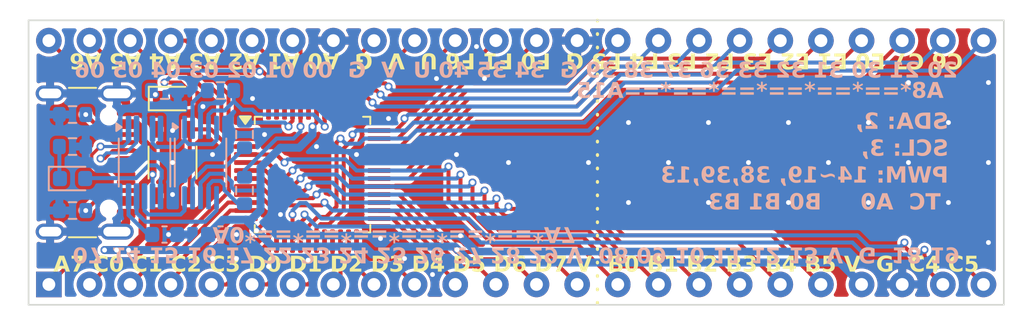
<source format=kicad_pcb>
(kicad_pcb (version 20240108) (generator "pcbnew") (generator_version "8.0")
  (layers (0 "F.Cu" signal) (31 "B.Cu" signal) (34 "B.Paste" user) (35 "F.Paste" user) (36 "B.SilkS" user "B.Silkscreen") (37 "F.SilkS" user "F.Silkscreen") (38 "B.Mask" user) (39 "F.Mask" user) (44 "Edge.Cuts" user))
  (net 0 "")
  (net 1 "GND")
  (net 2 "Net-(U2-V3)")
  (net 3 "D+")
  (net 4 "D-")
  (net 5 "PA3")
  (net 6 "Net-(D1-K)")
  (net 7 "PA7")
  (net 8 "Net-(J1-CC1)")
  (net 9 "Net-(J1-CC2)")
  (net 10 "VCC")
  (net 11 "UPDI")
  (net 12 "PB2")
  (net 13 "PB3")
  (net 15 "TXD")
  (net 16 "TNOW")
  (net 17 "RXD")
  (net 18 "RTS#")
  (net 21 "Net-(R2-Pad1)")
  (net 22 "Net-(R3-Pad1)")
  (net 23 "Net-(R4-Pad1)")
  (net 24 "PA0")
  (net 25 "PA2")
  (net 26 "PA6")
  (net 27 "PA4")
  (net 28 "PA1")
  (net 29 "PA5")
  (net 30 "PB5")
  (net 31 "PB1")
  (net 32 "PB4")
  (net 33 "PB0")
  (net 34 "PD5")
  (net 35 "PD0")
  (net 36 "PF4")
  (net 37 "PD7")
  (net 38 "PD6")
  (net 39 "PC5")
  (net 40 "PD1")
  (net 41 "PC7")
  (net 42 "PE1")
  (net 43 "PC2")
  (net 44 "PC1")
  (net 45 "PD4")
  (net 46 "PE3")
  (net 47 "PD2")
  (net 48 "PF0")
  (net 49 "PF6")
  (net 50 "PF1")
  (net 51 "PC3")
  (net 52 "PD3")
  (net 53 "PF3")
  (net 54 "PC4")
  (net 55 "PF5")
  (net 56 "PE2")
  (net 57 "PE0")
  (net 58 "PC6")
  (net 59 "PC0")
  (net 60 "PF2")
  (net 61 "Net-(D2-K)")
  (footprint "Library:alps-skrp" (layer "F.Cu") (at 109 100 -90)
    (property "Reference" "SW1" (hide yes))
    (property "Value" "SW_Push" (hide yes))
  )
  (footprint "Package_DIP:DIP-48_W15.24mm_Socket" (layer "F.Cu") (at 101.27 107.62 90)
    (property "Reference" "J2" (hide yes))
    (property "Value" "Conn_02x24_Counter_Clockwise" (hide yes))
  )
  (footprint "Connector_USB:USB_C_Receptacle_GCT_USB4105-xx-A_16P_TopMnt_Horizontal" (layer "F.Cu") (at 102.42 100 -90)
    (property "Reference" "J1" (hide yes))
    (property "Value" "USB_C_Receptacle_USB2.0_16P" (hide yes))
  )
  (footprint "LOGO" (layer "F.Cu") (at 152.5 100)
    (property "Reference" "G***" (hide yes))
    (property "Value" "LOGO" (hide yes))
  )
  (footprint "LED_SMD:LED_0603_1608Metric" (layer "F.Cu") (at 109 96)
    (property "Reference" "D1" (hide yes))
    (property "Value" "LED" (hide yes))
  )
  (footprint "Package_QFP:TQFP-48_7x7mm_P0.5mm" (layer "F.Cu") (at 117.75 100.75)
    (property "Reference" "U1" (hide yes))
    (property "Value" "ATmega4809-A" (hide yes))
  )
  (footprint "LOGO" (layer "F.Cu") (at 142.5 100)
    (property "Reference" "G***" (hide yes))
    (property "Value" "LOGO" (hide yes))
  )
  (footprint "Package_SO:MSOP-10_3x3mm_P0.5mm" (layer "B.Cu") (at 107.25 100 -90)
    (property "Reference" "U2" (hide yes))
    (property "Value" "CH340E" (hide yes))
  )
  (footprint "Resistor_SMD:R_0603_1608Metric" (layer "B.Cu") (at 102.75 103 180)
    (property "Reference" "R6" (hide yes))
    (property "Value" "5k1" (hide yes))
  )
  (footprint "LED_SMD:LED_0603_1608Metric" (layer "B.Cu") (at 102.75 101)
    (property "Reference" "D2" (hide yes))
    (property "Value" "LED" (hide yes))
  )
  (footprint "Resistor_SMD:R_0603_1608Metric" (layer "B.Cu") (at 112 95.5)
    (property "Reference" "R2" (hide yes))
    (property "Value" "4.7k" (hide yes))
  )
  (footprint "Capacitor_SMD:C_0603_1608Metric" (layer "B.Cu") (at 112 104.5)
    (property "Reference" "C1" (hide yes))
    (property "Value" "4u7" (hide yes))
  )
  (footprint "Resistor_SMD:R_0603_1608Metric" (layer "B.Cu") (at 113.5 101.75 90)
    (property "Reference" "R4" (hide yes))
    (property "Value" "4.7k" (hide yes))
  )
  (footprint "Resistor_SMD:R_0603_1608Metric" (layer "B.Cu") (at 102.75 99)
    (property "Reference" "R7" (hide yes))
    (property "Value" "10k" (hide yes))
  )
  (footprint "LOGO" (layer "B.Cu") (at 133.02 101.27 180)
    (property "Reference" "G***" (hide yes))
    (property "Value" "LOGO" (hide yes))
  )
  (footprint "Capacitor_SMD:C_0603_1608Metric" (layer "B.Cu") (at 108.5 104.5)
    (property "Reference" "C3" (hide yes))
    (property "Value" "0u1" (hide yes))
  )
  (footprint "Resistor_SMD:R_0603_1608Metric" (layer "B.Cu") (at 102.75 97)
    (property "Reference" "R5" (hide yes))
    (property "Value" "5k1" (hide yes))
  )
  (footprint "Package_SO:VSSOP-10_3x3mm_P0.5mm" (layer "B.Cu") (at 110.75 100 -90)
    (property "Reference" "U3" (hide yes))
    (property "Value" "TS5A23159DGS" (hide yes))
  )
  (footprint "Resistor_SMD:R_0603_1608Metric" (layer "B.Cu") (at 108.5 95.5)
    (property "Reference" "R1" (hide yes))
    (property "Value" "10k" (hide yes))
  )
  (footprint "Resistor_SMD:R_0603_1608Metric" (layer "B.Cu") (at 113.5 98.25 90)
    (property "Reference" "R3" (hide yes))
    (property "Value" "4.7k" (hide yes))
  )
  (gr_line (start 135.56 91.11) (end 135.56 108.89) (stroke (width 0.2) (type dot)) (layer "F.SilkS"))
  (gr_line (start 100 108.89) (end 160.96 108.89) (stroke (width 0.1)) (layer "Edge.Cuts"))
  (gr_line (start 100 91.11) (end 100 108.89) (stroke (width 0.1)) (layer "Edge.Cuts"))
  (gr_line (start 100 91.11) (end 160.96 91.11) (stroke (width 0.1)) (layer "Edge.Cuts"))
  (gr_line (start 160.96 91.11) (end 160.96 108.89) (stroke (width 0.1)) (layer "Edge.Cuts"))
  (gr_text "A0*==*==*==*==*==*==*A7" (at 122.86 104.445 180) (layer "B.SilkS") (effects (font (size 0.975 0.975) (thickness 0.19) (bold yes)) (justify mirror)))
  (gr_text "20 21 30 31 32 33 36 37 38 39 G  34 35 40 U  V  G  00 01 02 03 04 05 06" (at 130.48 94.285 0) (layer "B.SilkS") (effects (font (size 0.975 0.975) (thickness 0.19) (bold yes)) (justify mirror)))
  (gr_text "A8*==*==*==*==*==*==A15" (at 145.72 95.555 0) (layer "B.SilkS") (effects (font (size 0.975 0.975) (thickness 0.14625) (bold yes)) (justify mirror)))
  (gr_text "07 14 15 16 17 22 23 24 25 26 27 28 29 V  08 09 10 11 12 13 V  G  18 19" (at 130.48 105.715 180) (layer "B.SilkS") (effects (font (size 0.975 0.975) (thickness 0.19) (bold yes)) (justify mirror)))
  (gr_text "SDA: 2,\nSCL: 3,\nPWM: 14~19, 38,39,13\n TC  A0     B0 B1 B3" (at 157.5 100 0) (layer "B.SilkS") (effects (font (size 1 1) (thickness 0.19) (bold yes)) (justify left mirror)))
  (gr_text "A7 C0 C1 C2 C3 D0 D1 D2 D3 D4 D5 D6 D7 V  B0 B1 B2 B3 B4 B5 V  G  C4 C5" (at 130.48 106.985 0) (layer "F.SilkS") (effects (font (size 0.975 0.975) (thickness 0.19) (bold yes)) (justify bottom)))
  (gr_text "C6 C7 E0 E1 E2 E3 F2 F3 F4 F5 G  F0 F1 F6 U  V  G  A0 A1 A2 A3 A4 A5 A6" (at 130.48 93.015 180) (layer "F.SilkS") (effects (font (size 0.975 0.975) (thickness 0.19) (bold yes)) (justify bottom)))
  (segment (start 106.1 103.2) (end 106.1 103.745) (width 0.5) (layer "F.Cu") (net 1))
  (segment (start 106.1 96.8) (end 106.1 96.255) (width 0.5) (layer "F.Cu") (net 1))
  (segment (start 119.05 92.38) (end 119.05 93.550256) (width 0.25) (layer "F.Cu") (net 1))
  (segment (start 119.05 93.550256) (end 117.5 95.100256) (width 0.25) (layer "F.Cu") (net 1))
  (segment (start 106.1 96.255) (end 105.525 95.68) (width 0.5) (layer "F.Cu") (net 1))
  (segment (start 106.1 103.745) (end 105.525 104.32) (width 0.5) (layer "F.Cu") (net 1))
  (segment (start 117.5 95.100256) (end 117.5 96.8375) (width 0.25) (layer "F.Cu") (net 1))
  (via (at 147.5 102.5) (size 0.5) (drill 0.3) (layers "F.Cu" "B.Cu") (net 1))
  (via (at 142.5 97.5) (size 0.5) (drill 0.3) (layers "F.Cu" "B.Cu") (net 1))
  (via (at 157.5 102.5) (size 0.5) (drill 0.3) (layers "F.Cu" "B.Cu") (net 1))
  (via (at 152.5 97.5) (size 0.5) (drill 0.3) (layers "F.Cu" "B.Cu") (net 1))
  (via (at 115 106.5) (size 0.5) (drill 0.3) (layers "F.Cu" "B.Cu") (net 1))
  (via (at 110.9 96.5) (size 0.5) (drill 0.3) (layers "F.Cu" "B.Cu") (net 1))
  (via (at 126.75 99.5) (size 0.5) (drill 0.3) (layers "F.Cu" "B.Cu") (net 1))
  (via (at 155 100) (size 0.5) (drill 0.3) (layers "F.Cu" "B.Cu") (net 1))
  (via (at 117.471456 106.1) (size 0.5) (drill 0.3) (layers "F.Cu" "B.Cu") (net 1))
  (via (at 118 99) (size 0.5) (drill 0.3) (layers "F.Cu" "B.Cu") (net 1))
  (via (at 113 106) (size 0.5) (drill 0.3) (layers "F.Cu" "B.Cu") (net 1))
  (via (at 150 100) (size 0.5) (drill 0.3) (layers "F.Cu" "B.Cu") (net 1))
  (via (at 125.25 107) (size 0.5) (drill 0.3) (layers "F.Cu" "B.Cu") (net 1))
  (via (at 160 95) (size 0.5) (drill 0.3) (layers "F.Cu" "B.Cu") (net 1))
  (via (at 115.75 103.25) (size 0.5) (drill 0.3) (layers "F.Cu" "B.Cu") (net 1))
  (via (at 147.5 97.5) (size 0.5) (drill 0.3) (layers "F.Cu" "B.Cu") (net 1))
  (via (at 142.5 102.5) (size 0.5) (drill 0.3) (layers "F.Cu" "B.Cu") (net 1))
  (via (at 111.5 106) (size 0.5) (drill 0.3) (layers "F.Cu" "B.Cu") (net 1))
  (via (at 145 100) (size 0.5) (drill 0.3) (layers "F.Cu" "B.Cu") (net 1))
  (via (at 108.75 104.5) (size 0.5) (drill 0.3) (layers "F.Cu" "B.Cu") (net 1))
  (via (at 122 104.75) (size 0.5) (drill 0.3) (layers "F.Cu" "B.Cu") (net 1))
  (via (at 130 100) (size 0.5) (drill 0.3) (layers "F.Cu" "B.Cu") (net 1))
  (via (at 113 104.5) (size 0.5) (drill 0.3) (layers "F.Cu" "B.Cu") (net 1))
  (via (at 128.5 94.75) (size 0.5) (drill 0.3) (layers "F.Cu" "B.Cu") (net 1))
  (via (at 135 100) (size 0.5) (drill 0.3) (layers "F.Cu" "B.Cu") (net 1))
  (via (at 127 104.575) (size 0.5) (drill 0.3) (layers "F.Cu" "B.Cu") (net 1))
  (via (at 109 100) (size 0.5) (drill 0.3) (layers "F.Cu" "B.Cu") (net 1))
  (via (at 114.75 98.25) (size 0.5) (drill 0.3) (layers "F.Cu" "B.Cu") (net 1))
  (via (at 160 100) (size 0.5) (drill 0.3) (layers "F.Cu" "B.Cu") (net 1))
  (via (at 157.5 97.5) (size 0.5) (drill 0.3) (layers "F.Cu" "B.Cu") (net 1))
  (via (at 120.5 99.5) (size 0.5) (drill 0.3) (layers "F.Cu" "B.Cu") (net 1))
  (via (at 140 100) (size 0.5) (drill 0.3) (layers "F.Cu" "B.Cu") (net 1))
  (via (at 109 102) (size 0.5) (drill 0.3) (layers "F.Cu" "B.Cu") (net 1))
  (via (at 152.5 102.5) (size 0.5) (drill 0.3) (layers "F.Cu" "B.Cu") (net 1))
  (via (at 125.5 94.75) (size 0.5) (drill 0.3) (layers "F.Cu" "B.Cu") (net 1))
  (via (at 160 105) (size 0.5) (drill 0.3) (layers "F.Cu" "B.Cu") (net 1))
  (via (at 114 96) (size 0.5) (drill 0.3) (layers "F.Cu" "B.Cu") (net 1))
  (via (at 111.5 99.5) (size 0.5) (drill 0.3) (layers "F.Cu" "B.Cu") (net 1))
  (via (at 128 92.75) (size 0.5) (drill 0.3) (layers "F.Cu" "B.Cu") (net 1))
  (via (at 137.5 97.5) (size 0.5) (drill 0.3) (layers "F.Cu" "B.Cu") (net 1))
  (via (at 155 95) (size 0.5) (drill 0.3) (layers "F.Cu" "B.Cu") (net 1))
  (via (at 137.5 102.5) (size 0.5) (drill 0.3) (layers "F.Cu" "B.Cu") (net 1))
  (via (at 122.5 97.25) (size 0.5) (drill 0.3) (layers "F.Cu" "B.Cu") (net 1))
  (via (at 109 98) (size 0.5) (drill 0.3) (layers "F.Cu" "B.Cu") (net 1))
  (via (at 123.5 106) (size 0.5) (drill 0.3) (layers "F.Cu" "B.Cu") (net 1))
  (segment (start 107.46642 104.5) (end 107.725 104.5) (width 0.25) (layer "B.Cu") (net 2))
  (segment (start 106.25 103.28358) (end 107.46642 104.5) (width 0.25) (layer "B.Cu") (net 2))
  (segment (start 106.25 102.1125) (end 106.25 103.28358) (width 0.25) (layer "B.Cu") (net 2))
  (segment (start 105.49259 100.75) (end 106.1 100.75) (width 0.2) (layer "F.Cu") (net 3))
  (segment (start 105.225 100.48241) (end 105.49259 100.75) (width 0.2) (layer "F.Cu") (net 3))
  (segment (start 104.272182 100.3) (end 104.94259 100.3) (width 0.2) (layer "F.Cu") (net 3))
  (segment (start 104.472182 99) (end 103.95 99.522182) (width 0.2) (layer "F.Cu") (net 3))
  (segment (start 103.95 99.522182) (end 103.95 99.977818) (width 0.2) (layer "F.Cu") (net 3))
  (segment (start 103.95 99.977818) (end 104.272182 100.3) (width 0.2) (layer "F.Cu") (net 3))
  (segment (start 104.5 99) (end 104.472182 99) (width 0.2) (layer "F.Cu") (net 3))
  (segment (start 104.94259 100.3) (end 105.225 100.01759) (width 0.2) (layer "F.Cu") (net 3))
  (segment (start 105.225 100.01759) (end 105.225 100.48241) (width 0.2) (layer "F.Cu") (net 3))
  (segment (start 106.1 99.75) (end 105.49259 99.75) (width 0.2) (layer "F.Cu") (net 3))
  (segment (start 105.49259 99.75) (end 105.225 100.01759) (width 0.2) (layer "F.Cu") (net 3))
  (via (at 104.5 99) (size 0.5) (drill 0.3) (layers "F.Cu" "B.Cu") (net 3))
  (segment (start 104.5 99) (end 105.934746 99) (width 0.2) (layer "B.Cu") (net 3))
  (segment (start 105.934746 99) (end 106.25 98.684746) (width 0.2) (layer "B.Cu") (net 3))
  (segment (start 106.25 98.684746) (end 106.25 97.8875) (width 0.2) (layer "B.Cu") (net 3))
  (segment (start 106.70741 99.25) (end 106.1 99.25) (width 0.2) (layer "F.Cu") (net 4))
  (segment (start 104.763909 99.75) (end 105.263909 99.25) (width 0.2) (layer "F.Cu") (net 4))
  (segment (start 107 99.54259) (end 106.70741 99.25) (width 0.2) (layer "F.Cu") (net 4))
  (segment (start 104.5 99.75) (end 104.763909 99.75) (width 0.2) (layer "F.Cu") (net 4))
  (segment (start 107 99.95741) (end 107 99.54259) (width 0.2) (layer "F.Cu") (net 4))
  (segment (start 105.263909 99.25) (end 106.1 99.25) (width 0.2) (layer "F.Cu") (net 4))
  (segment (start 106.70741 100.25) (end 107 99.95741) (width 0.2) (layer "F.Cu") (net 4))
  (segment (start 106.1 100.25) (end 106.70741 100.25) (width 0.2) (layer "F.Cu") (net 4))
  (via (at 104.5 99.75) (size 0.5) (drill 0.3) (layers "F.Cu" "B.Cu") (net 4))
  (segment (start 106.100432 99.4) (end 106.75 98.750432) (width 0.2) (layer "B.Cu") (net 4))
  (segment (start 104.527818 99.75) (end 104.877818 99.4) (width 0.2) (layer "B.Cu") (net 4))
  (segment (start 104.5 99.75) (end 104.527818 99.75) (width 0.2) (layer "B.Cu") (net 4))
  (segment (start 104.502362 99.747638) (end 104.5 99.75) (width 0.2) (layer "B.Cu") (net 4))
  (segment (start 104.877818 99.4) (end 106.100432 99.4) (width 0.2) (layer "B.Cu") (net 4))
  (segment (start 106.75 98.750432) (end 106.75 97.8875) (width 0.2) (layer "B.Cu") (net 4))
  (segment (start 108.5 95) (end 109.5 95) (width 0.25) (layer "F.Cu") (net 5))
  (segment (start 109.5 95) (end 109.7875 95.2875) (width 0.25) (layer "F.Cu") (net 5))
  (segment (start 109.839009 92.38) (end 111.419009 93.96) (width 0.25) (layer "F.Cu") (net 5))
  (segment (start 108.89 92.38) (end 109.839009 92.38) (width 0.25) (layer "F.Cu") (net 5))
  (segment (start 115.5 95.177792) (end 115.5 96.8375) (width 0.25) (layer "F.Cu") (net 5))
  (segment (start 114.282208 93.96) (end 115.5 95.177792) (width 0.25) (layer "F.Cu") (net 5))
  (segment (start 115.499999 96.587501) (end 115.5 96.5875) (width 0.25) (layer "F.Cu") (net 5))
  (segment (start 111.419009 93.96) (end 114.282208 93.96) (width 0.25) (layer "F.Cu") (net 5))
  (segment (start 109.7875 95.2875) (end 109.7875 96) (width 0.25) (layer "F.Cu") (net 5))
  (via (at 114.447715 94.302285) (size 0.5) (drill 0.3) (layers "F.Cu" "B.Cu") (net 5))
  (via (at 108.5 95) (size 0.5) (drill 0.3) (layers "F.Cu" "B.Cu") (net 5))
  (segment (start 114.39543 94.25) (end 109.25 94.25) (width 0.25) (layer "B.Cu") (net 5))
  (segment (start 114.447715 94.302285) (end 114.39543 94.25) (width 0.25) (layer "B.Cu") (net 5))
  (segment (start 109.25 94.25) (end 108.5 95) (width 0.25) (layer "B.Cu") (net 5))
  (via (at 107.925 95.75) (size 0.5) (drill 0.3) (layers "F.Cu" "B.Cu") (net 6))
  (segment (start 112.525 99.257236) (end 112.525 101.815812) (width 0.25) (layer "F.Cu") (net 7))
  (segment (start 110.075 97.925) (end 110.075 102.075) (width 0.25) (layer "F.Cu") (net 7))
  (segment (start 112.525 101.815812) (end 108.745812 105.595) (width 0.25) (layer "F.Cu") (net 7))
  (segment (start 111.402208 97.925) (end 112.477208 99) (width 0.25) (layer "F.Cu") (net 7))
  (segment (start 107.117208 105.595) (end 106.667208 106.045) (width 0.25) (layer "F.Cu") (net 7))
  (segment (start 112.477208 99) (end 113.5875 99) (width 0.25) (layer "F.Cu") (net 7))
  (segment (start 108.745812 105.595) (end 107.117208 105.595) (width 0.25) (layer "F.Cu") (net 7))
  (segment (start 110.075 97.925) (end 111.402208 97.925) (width 0.25) (layer "F.Cu") (net 7))
  (segment (start 113.5875 99) (end 112.782236 99) (width 0.25) (layer "F.Cu") (net 7))
  (segment (start 102.86 106.045) (end 101.28 107.625) (width 0.25) (layer "F.Cu") (net 7))
  (segment (start 106.667208 106.045) (end 102.86 106.045) (width 0.25) (layer "F.Cu") (net 7))
  (segment (start 112.782236 99) (end 112.525 99.257236) (width 0.25) (layer "F.Cu") (net 7))
  (segment (start 103.575 97) (end 105.325 98.75) (width 0.25) (layer "F.Cu") (net 8))
  (segment (start 105.325 98.75) (end 106.1 98.75) (width 0.25) (layer "F.Cu") (net 8))
  (via (at 103.575 97) (size 0.5) (drill 0.3) (layers "F.Cu" "B.Cu") (net 8))
  (segment (start 104.825 101.75) (end 106.1 101.75) (width 0.25) (layer "F.Cu") (net 9))
  (segment (start 103.575 103) (end 104.825 101.75) (width 0.25) (layer "F.Cu") (net 9))
  (via (at 103.575 103) (size 0.5) (drill 0.3) (layers "F.Cu" "B.Cu") (net 9))
  (segment (start 106.268503 105.47) (end 107.125 104.613503) (width 0.5) (layer "F.Cu") (net 10))
  (segment (start 119.536652 93.7) (end 118 95.236652) (width 0.25) (layer "F.Cu") (net 10))
  (segment (start 118 95.236652) (end 118 96.8375) (width 0.25) (layer "F.Cu") (net 10))
  (segment (start 107.125 97.955458) (end 107.125 98.625) (width 0.5) (layer "F.Cu") (net 10))
  (segment (start 107.125 104.613503) (end 107.125 102.755458) (width 0.5) (layer "F.Cu") (net 10))
  (segment (start 132.265 105.595) (end 126.754188 105.595) (width 0.25) (layer "F.Cu") (net 10))
  (segment (start 117.75 97.75) (end 118 97.5) (width 0.25) (layer "F.Cu") (net 10))
  (segment (start 126.754188 105.595) (end 123.159188 102) (width 0.25) (layer "F.Cu") (net 10))
  (segment (start 115.25 103.75) (end 115.5 104) (width 0.25) (layer "F.Cu") (net 10))
  (segment (start 123.159188 102) (end 121.9125 102) (width 0.25) (layer "F.Cu") (net 10))
  (segment (start 107.75 100.75) (end 107.125 101.375) (width 0.5) (layer "F.Cu") (net 10))
  (segment (start 106.1 97.6) (end 106.769542 97.6) (width 0.5) (layer "F.Cu") (net 10))
  (segment (start 118 97.5) (end 118 96.5875) (width 0.25) (layer "F.Cu") (net 10))
  (segment (start 120.27 93.7) (end 119.536652 93.7) (width 0.25) (layer "F.Cu") (net 10))
  (segment (start 106.769542 102.4) (end 106.1 102.4) (width 0.5) (layer "F.Cu") (net 10))
  (segment (start 114.75 103.75) (end 115.25 103.75) (width 0.25) (layer "F.Cu") (net 10))
  (segment (start 106.25 105.47) (end 106.268503 105.47) (width 0.5) (layer "F.Cu") (net 10))
  (segment (start 107.75 99.25) (end 107.75 100.75) (width 0.5) (layer "F.Cu") (net 10))
  (segment (start 114.25 104.25) (end 114.75 103.75) (width 0.25) (layer "F.Cu") (net 10))
  (segment (start 121.59 92.38) (end 120.27 93.7) (width 0.25) (layer "F.Cu") (net 10))
  (segment (start 115.5 104) (end 115.5 104.9125) (width 0.25) (layer "F.Cu") (net 10))
  (segment (start 106.25 105.47) (end 104.75 105.47) (width 0.5) (layer "F.Cu") (net 10))
  (segment (start 106.769542 97.6) (end 107.125 97.955458) (width 0.5) (layer "F.Cu") (net 10))
  (segment (start 107.125 102.044542) (end 106.769542 102.4) (width 0.5) (layer "F.Cu") (net 10))
  (segment (start 134.29 107.62) (end 132.265 105.595) (width 0.25) (layer "F.Cu") (net 10))
  (segment (start 107.125 98.625) (end 107.75 99.25) (width 0.5) (layer "F.Cu") (net 10))
  (segment (start 107.125 102.755458) (end 106.769542 102.4) (width 0.5) (layer "F.Cu") (net 10))
  (segment (start 107.125 101.375) (end 107.125 102.044542) (width 0.5) (layer "F.Cu") (net 10))
  (via (at 107.75 100.75) (size 0.5) (drill 0.3) (layers "F.Cu" "B.Cu") (net 10))
  (via (at 117.75 97.75) (size 0.5) (drill 0.3) (layers "F.Cu" "B.Cu") (net 10))
  (via (at 105.5 105.47) (size 0.5) (drill 0.3) (layers "F.Cu" "B.Cu") (net 10))
  (via (at 106.25 105.47) (size 0.5) (drill 0.3) (layers "F.Cu" "B.Cu") (net 10))
  (via (at 104.75 105.47) (size 0.5) (drill 0.3) (layers "F.Cu" "B.Cu") (net 10))
  (via (at 126.780077 105.444111) (size 0.5) (drill 0.3) (layers "F.Cu" "B.Cu") (net 10))
  (via (at 114.25 104.25) (size 0.5) (drill 0.3) (layers "F.Cu" "B.Cu") (net 10))
  (segment (start 114.25 104.25) (end 115.25 105.25) (width 0.5) (layer "B.Cu") (net 10))
  (segment (start 114.5 102.97478) (end 113.89978 103.575) (width 0.5) (layer "B.Cu") (net 10))
  (segment (start 126.638991 105.25) (end 127.638991 106.25) (width 0.5) (layer "B.Cu") (net 10))
  (segment (start 110.75 101.27084) (end 111.32084 100.7) (width 0.25) (layer "B.Cu") (net 10))
  (segment (start 116.91495 99.075) (end 115.738172 99.075) (width 0.5) (layer "B.Cu") (net 10))
  (segment (start 123 105.25) (end 126.638991 105.25) (width 0.5) (layer "B.Cu") (net 10))
  (segment (start 112.15 103.575) (end 113.575 103.575) (width 0.5) (layer "B.Cu") (net 10))
  (segment (start 121.5 105.75) (end 122.5 105.75) (width 0.5) (layer "B.Cu") (net 10))
  (segment (start 150.7 106.25) (end 152.07 107.62) (width 0.5) (layer "B.Cu") (net 10))
  (segment (start 114.5 100.313172) (end 114.5 102.97478) (width 0.5) (layer "B.Cu") (net 10))
  (segment (start 117.75 98.23995) (end 116.91495 99.075) (width 0.5) (layer "B.Cu") (net 10))
  (segment (start 115.738172 99.075) (end 114.5 100.313172) (width 0.5) (layer "B.Cu") (net 10))
  (segment (start 127.638991 106.25) (end 150.7 106.25) (width 0.5) (layer "B.Cu") (net 10))
  (segment (start 111.225 104.5) (end 112.15 103.575) (width 0.5) (layer "B.Cu") (net 10))
  (segment (start 112.2 100.7) (end 112.7 101.2) (width 0.25) (layer "B.Cu") (net 10))
  (segment (start 104.75 105.47) (end 110.255 105.47) (width 0.5) (layer "B.Cu") (net 10))
  (segment (start 117.75 97.75) (end 117.75 98.23995) (width 0.5) (layer "B.Cu") (net 10))
  (segment (start 110.255 105.47) (end 111.225 104.5) (width 0.5) (layer "B.Cu") (net 10))
  (segment (start 121 105.25) (end 121.5 105.75) (width 0.5) (layer "B.Cu") (net 10))
  (segment (start 107.75 102.1125) (end 107.75 100.75) (width 0.25) (layer "B.Cu") (net 10))
  (segment (start 122.5 105.75) (end 123 105.25) (width 0.5) (layer "B.Cu") (net 10))
  (segment (start 110.75 102.2) (end 110.75 101.27084) (width 0.25) (layer "B.Cu") (net 10))
  (segment (start 115.25 105.25) (end 121 105.25) (width 0.5) (layer "B.Cu") (net 10))
  (segment (start 112.901996 101.75) (end 114.5 101.75) (width 0.25) (layer "B.Cu") (net 10))
  (segment (start 113.575 103.575) (end 114.125 104.125) (width 0.5) (layer "B.Cu") (net 10))
  (segment (start 111.32084 100.7) (end 112.2 100.7) (width 0.25) (layer "B.Cu") (net 10))
  (segment (start 112.7 101.2) (end 112.7 101.548004) (width 0.25) (layer "B.Cu") (net 10))
  (segment (start 112.7 101.548004) (end 112.901996 101.75) (width 0.25) (layer "B.Cu") (net 10))
  (segment (start 113.89978 103.575) (end 113.575 103.575) (width 0.5) (layer "B.Cu") (net 10))
  (segment (start 118.514297 97.407061) (end 118.5 97.392764) (width 0.25) (layer "F.Cu") (net 11))
  (segment (start 124.125 92.385) (end 124.14 92.385) (width 0.25) (layer "F.Cu") (net 11))
  (segment (start 122.36 94.15) (end 124.125 92.385) (width 0.25) (layer "F.Cu") (net 11))
  (segment (start 118.5 96.8375) (end 118.5 95.373048) (width 0.25) (layer "F.Cu") (net 11))
  (segment (start 118.514297 97.757148) (end 118.514297 97.407061) (width 0.25) (layer "F.Cu") (net 11))
  (segment (start 118.5 97.392764) (end 118.5 96.5875) (width 0.25) (layer "F.Cu") (net 11))
  (segment (start 118.5 95.373048) (end 119.723048 94.15) (width 0.25) (layer "F.Cu") (net 11))
  (segment (start 119.723048 94.15) (end 122.36 94.15) (width 0.25) (layer "F.Cu") (net 11))
  (via (at 118.514297 97.757148) (size 0.5) (drill 0.3) (layers "F.Cu" "B.Cu") (net 11))
  (segment (start 117.813173 97) (end 114.298004 97) (width 0.25) (layer "B.Cu") (net 11))
  (segment (start 118.514297 97.701124) (end 117.813173 97) (width 0.25) (layer "B.Cu") (net 11))
  (segment (start 118.514297 97.757148) (end 118.514297 97.701124) (width 0.25) (layer "B.Cu") (net 11))
  (segment (start 112.25 96.75) (end 111.507236 96.75) (width 0.25) (layer "B.Cu") (net 11))
  (segment (start 112.825 95.5) (end 112.825 96.175) (width 0.25) (layer "B.Cu") (net 11))
  (segment (start 114.298004 97) (end 113.998004 96.7) (width 0.25) (layer "B.Cu") (net 11))
  (segment (start 111.25 97.007236) (end 111.25 97.8) (width 0.25) (layer "B.Cu") (net 11))
  (segment (start 111.507236 96.75) (end 111.25 97.007236) (width 0.25) (layer "B.Cu") (net 11))
  (segment (start 112.825 96.175) (end 112.25 96.75) (width 0.25) (layer "B.Cu") (net 11))
  (segment (start 113.998004 96.7) (end 113.35 96.7) (width 0.25) (layer "B.Cu") (net 11))
  (segment (start 113.35 96.7) (end 112.825 96.175) (width 0.25) (layer "B.Cu") (net 11))
  (segment (start 127.75 102.585965) (end 129.409035 104.245) (width 0.25) (layer "F.Cu") (net 12))
  (segment (start 136.75 106) (end 140.29 106) (width 0.25) (layer "F.Cu") (net 12))
  (segment (start 129.409035 104.245) (end 134.995 104.245) (width 0.25) (layer "F.Cu") (net 12))
  (segment (start 115.626952 101.325) (end 114.801952 100.5) (width 0.25) (layer "F.Cu") (net 12))
  (segment (start 134.995 104.245) (end 136.75 106) (width 0.25) (layer "F.Cu") (net 12))
  (segment (start 127.75 101.25) (end 127.75 102.585965) (width 0.25) (layer "F.Cu") (net 12))
  (segment (start 140.29 106) (end 141.91 107.62) (width 0.25) (layer "F.Cu") (net 12))
  (segment (start 114.801952 100.5) (end 113.5875 100.5) (width 0.25) (layer "F.Cu") (net 12))
  (segment (start 117 101) (end 116.675 101.325) (width 0.25) (layer "F.Cu") (net 12))
  (segment (start 116.675 101.325) (end 115.626952 101.325) (width 0.25) (layer "F.Cu") (net 12))
  (via (at 117 101) (size 0.5) (drill 0.3) (layers "F.Cu" "B.Cu") (net 12))
  (via (at 127.75 101.25) (size 0.5) (drill 0.3) (layers "F.Cu" "B.Cu") (net 12))
  (segment (start 120 101.5) (end 119.25 100.75) (width 0.25) (layer "B.Cu") (net 12))
  (segment (start 127.5 101.5) (end 120 101.5) (width 0.25) (layer "B.Cu") (net 12))
  (segment (start 119.25 100.75) (end 117.25 100.75) (width 0.25) (layer "B.Cu") (net 12))
  (segment (start 117.25 100.75) (end 117 101) (width 0.25) (layer "B.Cu") (net 12))
  (segment (start 127.75 101.25) (end 127.5 101.5) (width 0.25) (layer "B.Cu") (net 12))
  (segment (start 128.5 102.699569) (end 129.595431 103.795) (width 0.25) (layer "F.Cu") (net 13))
  (segment (start 114.665556 101) (end 113.5875 101) (width 0.25) (layer "F.Cu") (net 13))
  (segment (start 135.181396 103.795) (end 136.886396 105.5) (width 0.25) (layer "F.Cu") (net 13))
  (segment (start 117.225 101.775) (end 115.440556 101.775) (width 0.25) (layer "F.Cu") (net 13))
  (segment (start 115.440556 101.775) (end 114.665556 101) (width 0.25) (layer "F.Cu") (net 13))
  (segment (start 129.595431 103.795) (end 135.181396 103.795) (width 0.25) (layer "F.Cu") (net 13))
  (segment (start 142.33 105.5) (end 144.45 107.62) (width 0.25) (layer "F.Cu") (net 13))
  (segment (start 117.5 101.5) (end 117.225 101.775) (width 0.25) (layer "F.Cu") (net 13))
  (segment (start 128.5 101.75) (end 128.5 102.699569) (width 0.25) (layer "F.Cu") (net 13))
  (segment (start 136.886396 105.5) (end 142.33 105.5) (width 0.25) (layer "F.Cu") (net 13))
  (via (at 117.5 101.5) (size 0.5) (drill 0.3) (layers "F.Cu" "B.Cu") (net 13))
  (via (at 128.5 101.75) (size 0.5) (drill 0.3) (layers "F.Cu" "B.Cu") (net 13))
  (segment (start 128.5 101.75) (end 128.25 102) (width 0.25) (layer "B.Cu") (net 13))
  (segment (start 117.75 101.25) (end 117.5 101.5) (width 0.25) (layer "B.Cu") (net 13))
  (segment (start 119.75 102) (end 119 101.25) (width 0.25) (layer "B.Cu") (net 13))
  (segment (start 128.25 102) (end 119.75 102) (width 0.25) (layer "B.Cu") (net 13))
  (segment (start 119 101.25) (end 117.75 101.25) (width 0.25) (layer "B.Cu") (net 13))
  (segment (start 107.489212 103.25) (end 107.25 103.010788) (width 0.25) (layer "B.Cu") (net 15))
  (segment (start 107.25 103.010788) (end 107.25 102.1125) (width 0.25) (layer "B.Cu") (net 15))
  (segment (start 109.75 102.2) (end 109.75 103) (width 0.25) (layer "B.Cu") (net 15))
  (segment (start 109.5 103.25) (end 107.489212 103.25) (width 0.25) (layer "B.Cu") (net 15))
  (segment (start 109.75 103) (end 109.5 103.25) (width 0.25) (layer "B.Cu") (net 15))
  (segment (start 108.325 100.988173) (end 108.325 100.511827) (width 0.25) (layer "B.Cu") (net 16))
  (segment (start 107.511827 100.175) (end 106.711827 100.975) (width 0.25) (layer "B.Cu") (net 16))
  (segment (start 108.25 102.1125) (end 108.25 101.063173) (width 0.25) (layer "B.Cu") (net 16))
  (segment (start 108.25 101.063173) (end 108.325 100.988173) (width 0.25) (layer "B.Cu") (net 16))
  (segment (start 108.325 100.511827) (end 107.988173 100.175) (width 0.25) (layer "B.Cu") (net 16))
  (segment (start 107.988173 100.175) (end 107.511827 100.175) (width 0.25) (layer "B.Cu") (net 16))
  (segment (start 106.711827 100.975) (end 103.5625 100.975) (width 0.25) (layer "B.Cu") (net 16))
  (segment (start 103.5625 100.975) (end 103.5375 101) (width 0.25) (layer "B.Cu") (net 16))
  (segment (start 111.75 102.992764) (end 111.75 102.2) (width 0.25) (layer "B.Cu") (net 17))
  (segment (start 111.042764 103.7) (end 111.75 102.992764) (width 0.25) (layer "B.Cu") (net 17))
  (segment (start 106.75 103.147184) (end 107.302816 103.7) (width 0.25) (layer "B.Cu") (net 17))
  (segment (start 106.75 102.1125) (end 106.75 103.147184) (width 0.25) (layer "B.Cu") (net 17))
  (segment (start 107.302816 103.7) (end 111.042764 103.7) (width 0.25) (layer "B.Cu") (net 17))
  (segment (start 111.75 98.592764) (end 111.492764 98.85) (width 0.25) (layer "B.Cu") (net 18))
  (segment (start 107.75 97.8875) (end 107.75 98.785788) (width 0.25) (layer "B.Cu") (net 18))
  (segment (start 109.317764 99.025) (end 109.75 98.592764) (width 0.25) (layer "B.Cu") (net 18))
  (segment (start 109.75 98.592764) (end 109.75 97.8) (width 0.25) (layer "B.Cu") (net 18))
  (segment (start 110.007236 98.85) (end 109.75 98.592764) (width 0.25) (layer "B.Cu") (net 18))
  (segment (start 107.75 98.785788) (end 107.989212 99.025) (width 0.25) (layer "B.Cu") (net 18))
  (segment (start 111.75 97.8) (end 111.75 98.592764) (width 0.25) (layer "B.Cu") (net 18))
  (segment (start 107.989212 99.025) (end 109.317764 99.025) (width 0.25) (layer "B.Cu") (net 18))
  (segment (start 111.492764 98.85) (end 110.007236 98.85) (width 0.25) (layer "B.Cu") (net 18))
  (segment (start 110.25 96.25) (end 110.25 97.8) (width 0.25) (layer "B.Cu") (net 21))
  (segment (start 111 95.5) (end 110.25 96.25) (width 0.25) (layer "B.Cu") (net 21))
  (segment (start 111.175 95.5) (end 111 95.5) (width 0.25) (layer "B.Cu") (net 21))
  (segment (start 112.325 100.25) (end 111.134444 100.25) (width 0.25) (layer "B.Cu") (net 22))
  (segment (start 113.5 99.075) (end 112.325 100.25) (width 0.25) (layer "B.Cu") (net 22))
  (segment (start 111.134444 100.25) (end 110.25 101.134444) (width 0.25) (layer "B.Cu") (net 22))
  (segment (start 110.25 101.134444) (end 110.25 102.2) (width 0.25) (layer "B.Cu") (net 22))
  (segment (start 111.507236 101.15) (end 111.992764 101.15) (width 0.25) (layer "B.Cu") (net 23))
  (segment (start 113.0906 102.575) (end 113.5 102.575) (width 0.25) (layer "B.Cu") (net 23))
  (segment (start 111.25 102.2) (end 111.25 101.407236) (width 0.25) (layer "B.Cu") (net 23))
  (segment (start 112.25 101.7344) (end 113.0906 102.575) (width 0.25) (layer "B.Cu") (net 23))
  (segment (start 111.992764 101.15) (end 112.25 101.407236) (width 0.25) (layer "B.Cu") (net 23))
  (segment (start 111.25 101.407236) (end 111.507236 101.15) (width 0.25) (layer "B.Cu") (net 23))
  (segment (start 112.25 101.407236) (end 112.25 101.7344) (width 0.25) (layer "B.Cu") (net 23))
  (segment (start 116.51 92.38) (end 117 92.87) (width 0.25) (layer "F.Cu") (net 24))
  (segment (start 117 92.87) (end 117 96.8375) (width 0.25) (layer "F.Cu") (net 24))
  (segment (start 117 97.75) (end 117 96.5875) (width 0.25) (layer "F.Cu") (net 24))
  (via (at 117 97.75) (size 0.5) (drill 0.3) (layers "F.Cu" "B.Cu") (net 24))
  (segment (start 117 98.063173) (end 116.563173 98.5) (width 0.25) (layer "B.Cu") (net 24))
  (segment (start 115.5 98.5) (end 113.5 100.5) (width 0.25) (layer "B.Cu") (net 24))
  (segment (start 116.563173 98.5) (end 115.5 98.5) (width 0.25) (layer "B.Cu") (net 24))
  (segment (start 117 97.75) (end 117 98.063173) (width 0.25) (layer "B.Cu") (net 24))
  (segment (start 113.5 100.5) (end 113.5 100.925) (width 0.25) (layer "B.Cu") (net 24))
  (segment (start 114.468604 93.51) (end 112.56 93.51) (width 0.25) (layer "F.Cu") (net 25))
  (segment (start 116 95.041396) (end 114.468604 93.51) (width 0.25) (layer "F.Cu") (net 25))
  (segment (start 116 96.8375) (end 116 95.041396) (width 0.25) (layer "F.Cu") (net 25))
  (segment (start 112.56 93.51) (end 111.43 92.38) (width 0.25) (layer "F.Cu") (net 25))
  (segment (start 112.05 95.936396) (end 112.05 97.936396) (width 0.25) (layer "F.Cu") (net 26))
  (segment (start 101.27 92.38) (end 103.295 94.405) (width 0.25) (layer "F.Cu") (net 26))
  (segment (start 110.859821 95.31) (end 111.423604 95.31) (width 0.25) (layer "F.Cu") (net 26))
  (segment (start 109.954821 94.405) (end 110.859821 95.31) (width 0.25) (layer "F.Cu") (net 26))
  (segment (start 112.05 97.936396) (end 112.613604 98.5) (width 0.25) (layer "F.Cu") (net 26))
  (segment (start 112.613604 98.5) (end 113.5875 98.5) (width 0.25) (layer "F.Cu") (net 26))
  (segment (start 111.423604 95.31) (end 112.05 95.936396) (width 0.25) (layer "F.Cu") (net 26))
  (segment (start 103.295 94.405) (end 109.954821 94.405) (width 0.25) (layer "F.Cu") (net 26))
  (segment (start 113.66 94.41) (end 111.232613 94.41) (width 0.25) (layer "F.Cu") (net 27))
  (segment (start 111.232613 94.41) (end 110.327613 93.505) (width 0.25) (layer "F.Cu") (net 27))
  (segment (start 110.327613 93.505) (end 107.475 93.505) (width 0.25) (layer "F.Cu") (net 27))
  (segment (start 107.475 93.505) (end 106.35 92.38) (width 0.25) (layer "F.Cu") (net 27))
  (segment (start 115 96.8375) (end 115 95.75) (width 0.25) (layer "F.Cu") (net 27))
  (segment (start 115 95.75) (end 113.66 94.41) (width 0.25) (layer "F.Cu") (net 27))
  (segment (start 113.975 92.38) (end 113.97 92.38) (width 0.25) (layer "F.Cu") (net 28))
  (segment (start 116.242764 97.742764) (end 116.242764 97.65) (width 0.25) (layer "F.Cu") (net 28))
  (segment (start 116.242764 97.65) (end 116.5 97.392764) (width 0.25) (layer "F.Cu") (net 28))
  (segment (start 116.25 97.75) (end 116.242764 97.742764) (width 0.25) (layer "F.Cu") (net 28))
  (segment (start 116.5 97.392764) (end 116.5 96.5875) (width 0.25) (layer "F.Cu") (net 28))
  (segment (start 116.5 96.8375) (end 116.5 94.905) (width 0.25) (layer "F.Cu") (net 28))
  (segment (start 116.5 94.905) (end 113.975 92.38) (width 0.25) (layer "F.Cu") (net 28))
  (via (at 116.25 97.75) (size 0.5) (drill 0.3) (layers "F.Cu" "B.Cu") (net 28))
  (segment (start 116 97.5) (end 113.575 97.5) (width 0.25) (layer "B.Cu") (net 28))
  (segment (start 113.575 97.5) (end 113.5 97.425) (width 0.25) (layer "B.Cu") (net 28))
  (segment (start 116.25 97.75) (end 116 97.5) (width 0.25) (layer "B.Cu") (net 28))
  (segment (start 110.141217 93.955) (end 105.385 93.955) (width 0.25) (layer "F.Cu") (net 29))
  (segment (start 112.5 97.75) (end 112.5 95.75) (width 0.25) (layer "F.Cu") (net 29))
  (segment (start 111.61 94.86) (end 111.046217 94.86) (width 0.25) (layer "F.Cu") (net 29))
  (segment (start 112.75 98) (end 112.5 97.75) (width 0.25) (layer "F.Cu") (net 29))
  (segment (start 112.5 95.75) (end 111.61 94.86) (width 0.25) (layer "F.Cu") (net 29))
  (segment (start 105.385 93.955) (end 103.81 92.38) (width 0.25) (layer "F.Cu") (net 29))
  (segment (start 111.046217 94.86) (end 110.141217 93.955) (width 0.25) (layer "F.Cu") (net 29))
  (segment (start 113.5875 98) (end 112.75 98) (width 0.25) (layer "F.Cu") (net 29))
  (segment (start 130.145 102.895) (end 135.554188 102.895) (width 0.25) (layer "F.Cu") (net 30))
  (segment (start 115.067764 102.675) (end 114.392764 102) (width 0.25) (layer "F.Cu") (net 30))
  (segment (start 130 102.75) (end 130.145 102.895) (width 0.25) (layer "F.Cu") (net 30))
  (segment (start 135.554188 102.895) (end 137.209188 104.55) (width 0.25) (layer "F.Cu") (net 30))
  (segment (start 114.392764 102) (end 113.5875 102) (width 0.25) (layer "F.Cu") (net 30))
  (segment (start 118.5 102.5) (end 118.325 102.675) (width 0.25) (layer "F.Cu") (net 30))
  (segment (start 137.209188 104.55) (end 146.46 104.55) (width 0.25) (layer "F.Cu") (net 30))
  (segment (start 146.46 104.55) (end 149.53 107.62) (width 0.25) (layer "F.Cu") (net 30))
  (segment (start 118.325 102.675) (end 115.067764 102.675) (width 0.25) (layer "F.Cu") (net 30))
  (via (at 118.5 102.5) (size 0.5) (drill 0.3) (layers "F.Cu" "B.Cu") (net 30))
  (via (at 130 102.75) (size 0.5) (drill 0.3) (layers "F.Cu" "B.Cu") (net 30))
  (segment (start 130 102.75) (end 129.75 103) (width 0.25) (layer "B.Cu") (net 30))
  (segment (start 129.75 103) (end 119 103) (width 0.25) (layer "B.Cu") (net 30))
  (segment (start 119 103) (end 118.5 102.5) (width 0.25) (layer "B.Cu") (net 30))
  (segment (start 127 100.75) (end 127 102.472361) (width 0.25) (layer "F.Cu") (net 31))
  (segment (start 127 102.472361) (end 129.222639 104.695) (width 0.25) (layer "F.Cu") (net 31))
  (segment (start 116.125 100.875) (end 115.813348 100.875) (width 0.25) (layer "F.Cu") (net 31))
  (segment (start 129.222639 104.695) (end 134.695 104.695) (width 0.25) (layer "F.Cu") (net 31))
  (segment (start 138.245 106.495) (end 139.37 107.62) (width 0.25) (layer "F.Cu") (net 31))
  (segment (start 134.695 104.695) (end 136.495 106.495) (width 0.25) (layer "F.Cu") (net 31))
  (segment (start 116.5 100.5) (end 116.125 100.875) (width 0.25) (layer "F.Cu") (net 31))
  (segment (start 136.495 106.495) (end 138.245 106.495) (width 0.25) (layer "F.Cu") (net 31))
  (segment (start 115.813348 100.875) (end 114.938348 100) (width 0.25) (layer "F.Cu") (net 31))
  (segment (start 114.938348 100) (end 113.5875 100) (width 0.25) (layer "F.Cu") (net 31))
  (via (at 116.5 100.5) (size 0.5) (drill 0.3) (layers "F.Cu" "B.Cu") (net 31))
  (via (at 127 100.75) (size 0.5) (drill 0.3) (layers "F.Cu" "B.Cu") (net 31))
  (segment (start 119.5 100.25) (end 116.75 100.25) (width 0.25) (layer "B.Cu") (net 31))
  (segment (start 127 100.75) (end 126.75 101) (width 0.25) (layer "B.Cu") (net 31))
  (segment (start 120.25 101) (end 119.5 100.25) (width 0.25) (layer "B.Cu") (net 31))
  (segment (start 116.75 100.25) (end 116.5 100.5) (width 0.25) (layer "B.Cu") (net 31))
  (segment (start 126.75 101) (end 120.25 101) (width 0.25) (layer "B.Cu") (net 31))
  (segment (start 144.37 105) (end 146.99 107.62) (width 0.25) (layer "F.Cu") (net 32))
  (segment (start 114.52916 101.5) (end 113.5875 101.5) (width 0.25) (layer "F.Cu") (net 32))
  (segment (start 137.022792 105) (end 144.37 105) (width 0.25) (layer "F.Cu") (net 32))
  (segment (start 117.775 102.225) (end 115.25416 102.225) (width 0.25) (layer "F.Cu") (net 32))
  (segment (start 129.781827 103.345) (end 135.367792 103.345) (width 0.25) (layer "F.Cu") (net 32))
  (segment (start 115.25416 102.225) (end 114.52916 101.5) (width 0.25) (layer "F.Cu") (net 32))
  (segment (start 118 102) (end 117.775 102.225) (width 0.25) (layer "F.Cu") (net 32))
  (segment (start 129.25 102.25) (end 129.25 102.813173) (width 0.25) (layer "F.Cu") (net 32))
  (segment (start 129.25 102.813173) (end 129.781827 103.345) (width 0.25) (layer "F.Cu") (net 32))
  (segment (start 135.367792 103.345) (end 137.022792 105) (width 0.25) (layer "F.Cu") (net 32))
  (via (at 118 102) (size 0.5) (drill 0.3) (layers "F.Cu" "B.Cu") (net 32))
  (via (at 129.25 102.25) (size 0.5) (drill 0.3) (layers "F.Cu" "B.Cu") (net 32))
  (segment (start 118.25 101.75) (end 118 102) (width 0.25) (layer "B.Cu") (net 32))
  (segment (start 118.75 101.75) (end 118.25 101.75) (width 0.25) (layer "B.Cu") (net 32))
  (segment (start 119.5 102.5) (end 118.75 101.75) (width 0.25) (layer "B.Cu") (net 32))
  (segment (start 129.25 102.25) (end 129 102.5) (width 0.25) (layer "B.Cu") (net 32))
  (segment (start 129 102.5) (end 119.5 102.5) (width 0.25) (layer "B.Cu") (net 32))
  (segment (start 126.25 102.358757) (end 129.036243 105.145) (width 0.25) (layer "F.Cu") (net 33))
  (segment (start 116 100) (end 115.5 99.5) (width 0.25) (layer "F.Cu") (net 33))
  (segment (start 126.25 100.25) (end 126.25 102.358757) (width 0.25) (layer "F.Cu") (net 33))
  (segment (start 134.355 105.145) (end 136.83 107.62) (width 0.25) (layer "F.Cu") (net 33))
  (segment (start 115.5 99.5) (end 113.5875 99.5) (width 0.25) (layer "F.Cu") (net 33))
  (segment (start 129.036243 105.145) (end 134.355 105.145) (width 0.25) (layer "F.Cu") (net 33))
  (via (at 126.25 100.25) (size 0.5) (drill 0.3) (layers "F.Cu" "B.Cu") (net 33))
  (via (at 116 100) (size 0.5) (drill 0.3) (layers "F.Cu" "B.Cu") (net 33))
  (segment (start 126 100.5) (end 120.5 100.5) (width 0.25) (layer "B.Cu") (net 33))
  (segment (start 126.25 100.25) (end 126 100.5) (width 0.25) (layer "B.Cu") (net 33))
  (segment (start 120.5 100.5) (end 119.8 99.8) (width 0.25) (layer "B.Cu") (net 33))
  (segment (start 119.8 99.8) (end 116.2 99.8) (width 0.25) (layer "B.Cu") (net 33))
  (segment (start 116.2 99.8) (end 116 100) (width 0.25) (layer "B.Cu") (net 33))
  (segment (start 126.67 107.42) (end 126.67 107.62) (width 0.25) (layer "F.Cu") (net 34))
  (segment (start 122.75 103.5) (end 126.67 107.42) (width 0.25) (layer "F.Cu") (net 34))
  (segment (start 121.9125 103.5) (end 122.75 103.5) (width 0.25) (layer "F.Cu") (net 34))
  (segment (start 117.230991 106.75) (end 116.975991 106.495) (width 0.25) (layer "F.Cu") (net 35))
  (segment (start 117.692613 106.75) (end 117.230991 106.75) (width 0.25) (layer "F.Cu") (net 35))
  (segment (start 118.5 105.942613) (end 117.692613 106.75) (width 0.25) (layer "F.Cu") (net 35))
  (segment (start 116.044009 106.495) (end 114.919009 107.62) (width 0.25) (layer "F.Cu") (net 35))
  (segment (start 114.919009 107.62) (end 113.97 107.62) (width 0.25) (layer "F.Cu") (net 35))
  (segment (start 116.975991 106.495) (end 116.044009 106.495) (width 0.25) (layer "F.Cu") (net 35))
  (segment (start 118.5 104.9125) (end 118.5 105.942613) (width 0.25) (layer "F.Cu") (net 35))
  (segment (start 120 95.782236) (end 120 96.5875) (width 0.25) (layer "F.Cu") (net 36))
  (segment (start 122 95.75) (end 121.75 95.5) (width 0.25) (layer "F.Cu") (net 36))
  (segment (start 121.75 95.5) (end 120.282236 95.5) (width 0.25) (layer "F.Cu") (net 36))
  (segment (start 120.282236 95.5) (end 120 95.782236) (width 0.25) (layer "F.Cu") (net 36))
  (via (at 122 95.75) (size 0.5) (drill 0.3) (layers "F.Cu" "B.Cu") (net 36))
  (segment (start 134 96) (end 136.495 93.505) (width 0.25) (layer "B.Cu") (net 36))
  (segment (start 138.245 93.505) (end 139.37 92.38) (width 0.25) (layer "B.Cu") (net 36))
  (segment (start 122.25 96) (end 134 96) (width 0.25) (layer "B.Cu") (net 36))
  (segment (start 136.495 93.505) (end 138.245 93.505) (width 0.25) (layer "B.Cu") (net 36))
  (segment (start 122 95.75) (end 122.25 96) (width 0.25) (layer "B.Cu") (net 36))
  (segment (start 126.567792 106.045) (end 130.175 106.045) (width 0.25) (layer "F.Cu") (net 37))
  (segment (start 123.022792 102.5) (end 126.567792 106.045) (width 0.25) (layer "F.Cu") (net 37))
  (segment (start 130.175 106.045) (end 131.75 107.62) (width 0.25) (layer "F.Cu") (net 37))
  (segment (start 121.9125 102.5) (end 123.022792 102.5) (width 0.25) (layer "F.Cu") (net 37))
  (segment (start 128.09 106.495) (end 129.22 107.625) (width 0.25) (layer "F.Cu") (net 38))
  (segment (start 126.381396 106.495) (end 128.09 106.495) (width 0.25) (layer "F.Cu") (net 38))
  (segment (start 121.9375 103.025) (end 122.911396 103.025) (width 0.25) (layer "F.Cu") (net 38))
  (segment (start 121.9125 103) (end 121.9375 103.025) (width 0.25) (layer "F.Cu") (net 38))
  (segment (start 122.911396 103.025) (end 126.381396 106.495) (width 0.25) (layer "F.Cu") (net 38))
  (segment (start 158.565 106.495) (end 159.69 107.62) (width 0.25) (layer "F.Cu") (net 39))
  (segment (start 117.25 103.5) (end 117 103.75) (width 0.25) (layer "F.Cu") (net 39))
  (segment (start 156.631396 106.495) (end 158.565 106.495) (width 0.25) (layer "F.Cu") (net 39))
  (segment (start 156 105.863604) (end 156.631396 106.495) (width 0.25) (layer "F.Cu") (net 39))
  (segment (start 117.25 103.25) (end 117.25 103.5) (width 0.25) (layer "F.Cu") (net 39))
  (segment (start 117 103.75) (end 117 104.9125) (width 0.25) (layer "F.Cu") (net 39))
  (segment (start 156 105.453413) (end 156 105.863604) (width 0.25) (layer "F.Cu") (net 39))
  (via (at 117.25 103.25) (size 0.5) (drill 0.3) (layers "F.Cu" "B.Cu") (net 39))
  (via (at 156 105.453413) (size 0.5) (drill 0.3) (layers "F.Cu" "B.Cu") (net 39))
  (segment (start 155.703413 105.75) (end 152.25 105.75) (width 0.25) (layer "B.Cu") (net 39))
  (segment (start 118 104) (end 117.25 103.25) (width 0.25) (layer "B.Cu") (net 39))
  (segment (start 151.5 105) (end 128.25 105) (width 0.25) (layer "B.Cu") (net 39))
  (segment (start 128.25 105) (end 127.25 104) (width 0.25) (layer "B.Cu") (net 39))
  (segment (start 127.25 104) (end 118 104) (width 0.25) (layer "B.Cu") (net 39))
  (segment (start 156 105.453413) (end 155.703413 105.75) (width 0.25) (layer "B.Cu") (net 39))
  (segment (start 152.25 105.75) (end 151.5 105) (width 0.25) (layer "B.Cu") (net 39))
  (segment (start 117.459009 107.62) (end 116.51 107.62) (width 0.25) (layer "F.Cu") (net 40))
  (segment (start 119 106.079009) (end 117.459009 107.62) (width 0.25) (layer "F.Cu") (net 40))
  (segment (start 119 104.9125) (end 119 106.079009) (width 0.25) (layer "F.Cu") (net 40))
  (segment (start 118 104.107236) (end 118 104.9125) (width 0.25) (layer "F.Cu") (net 41))
  (segment (start 118.257236 103.85) (end 118 104.107236) (width 0.25) (layer "F.Cu") (net 41))
  (segment (start 118.786396 103.85) (end 118.257236 103.85) (width 0.25) (layer "F.Cu") (net 41))
  (segment (start 119.7 102.936396) (end 118.786396 103.85) (width 0.25) (layer "F.Cu") (net 41))
  (segment (start 120.25 98.25) (end 120.25 98.563173) (width 0.25) (layer "F.Cu") (net 41))
  (segment (start 120.25 98.563173) (end 119.7 99.113173) (width 0.25) (layer "F.Cu") (net 41))
  (segment (start 119.7 99.113173) (end 119.7 102.936396) (width 0.25) (layer "F.Cu") (net 41))
  (via (at 120.25 98.25) (size 0.5) (drill 0.3) (layers "F.Cu" "B.Cu") (net 41))
  (segment (start 123.563173 98) (end 124.063173 97.5) (width 0.25) (layer "B.Cu") (net 41))
  (segment (start 144 93.75) (end 155.78 93.75) (width 0.25) (layer "B.Cu") (net 41))
  (segment (start 142.75 95) (end 144 93.75) (width 0.25) (layer "B.Cu") (net 41))
  (segment (start 124.063173 97.5) (end 134.75 97.5) (width 0.25) (layer "B.Cu") (net 41))
  (segment (start 137.25 95) (end 142.75 95) (width 0.25) (layer "B.Cu") (net 41))
  (segment (start 120.25 98.25) (end 120.5 98) (width 0.25) (layer "B.Cu") (net 41))
  (segment (start 155.78 93.75) (end 157.15 92.38) (width 0.25) (layer "B.Cu") (net 41))
  (segment (start 120.5 98) (end 123.563173 98) (width 0.25) (layer "B.Cu") (net 41))
  (segment (start 134.75 97.5) (end 137.25 95) (width 0.25) (layer "B.Cu") (net 41))
  (segment (start 121.9125 100.5) (end 123.650583 100.5) (width 0.25) (layer "F.Cu") (net 42))
  (segment (start 127.650583 96.5) (end 134.25 96.5) (width 0.25) (layer "F.Cu") (net 42))
  (segment (start 123.650583 100.5) (end 127.650583 96.5) (width 0.25) (layer "F.Cu") (net 42))
  (segment (start 136.3 94.45) (end 150 94.45) (width 0.25) (layer "F.Cu") (net 42))
  (segment (start 150 94.45) (end 152.07 92.38) (width 0.25) (layer "F.Cu") (net 42))
  (segment (start 134.25 96.5) (end 136.3 94.45) (width 0.25) (layer "F.Cu") (net 42))
  (segment (start 108.895 107.625) (end 108.9 107.625) (width 0.25) (layer "F.Cu") (net 43))
  (segment (start 108.89 107.62) (end 108.895 107.625) (width 0.25) (layer "F.Cu") (net 43))
  (segment (start 108.89 107.36) (end 108.89 107.62) (width 0.25) (layer "F.Cu") (net 43))
  (segment (start 112.75 103.5) (end 108.89 107.36) (width 0.25) (layer "F.Cu") (net 43))
  (segment (start 113.5875 103.5) (end 112.75 103.5) (width 0.25) (layer "F.Cu") (net 43))
  (segment (start 107.49 106.495) (end 106.36 107.625) (width 0.25) (layer "F.Cu") (net 44))
  (segment (start 112.613604 103) (end 109.118604 106.495) (width 0.25) (layer "F.Cu") (net 44))
  (segment (start 109.118604 106.495) (end 107.49 106.495) (width 0.25) (layer "F.Cu") (net 44))
  (segment (start 113.5875 103) (end 112.613604 103) (width 0.25) (layer "F.Cu") (net 44))
  (segment (start 121.106396 106.495) (end 120.5 105.888604) (width 0.25) (layer "F.Cu") (net 45))
  (segment (start 120.5 105.888604) (end 120.5 104.9125) (width 0.25) (layer "F.Cu") (net 45))
  (segment (start 124.13 107.62) (end 123.005 106.495) (width 0.25) (layer "F.Cu") (net 45))
  (segment (start 123.005 106.495) (end 121.106396 106.495) (width 0.25) (layer "F.Cu") (net 45))
  (segment (start 135.755 93.505) (end 145.865 93.505) (width 0.25) (layer "F.Cu") (net 46))
  (segment (start 123.377791 99.5) (end 127.377791 95.5) (width 0.25) (layer "F.Cu") (net 46))
  (segment (start 127.377791 95.5) (end 133.75 95.5) (width 0.25) (layer "F.Cu") (net 46))
  (segment (start 145.865 93.505) (end 146.99 92.38) (width 0.25) (layer "F.Cu") (net 46))
  (segment (start 133.75 95.5) (end 135.75 93.5) (width 0.25) (layer "F.Cu") (net 46))
  (segment (start 135.75 93.5) (end 135.755 93.505) (width 0.25) (layer "F.Cu") (net 46))
  (segment (start 121.9125 99.5) (end 123.377791 99.5) (width 0.25) (layer "F.Cu") (net 46))
  (segment (start 119.5 104.9125) (end 119.5 107.17) (width 0.25) (layer "F.Cu") (net 47))
  (segment (start 119.5 107.17) (end 119.05 107.62) (width 0.25) (layer "F.Cu") (net 47))
  (segment (start 123.241395 99) (end 128.731395 93.51) (width 0.25) (layer "F.Cu") (net 48))
  (segment (start 131.745 92.385) (end 131.76 92.385) (width 0.25) (layer "F.Cu") (net 48))
  (segment (start 121.9125 99) (end 123.241395 99) (width 0.25) (layer "F.Cu") (net 48))
  (segment (start 128.731395 93.51) (end 130.62 93.51) (width 0.25) (layer "F.Cu") (net 48))
  (segment (start 130.62 93.51) (end 131.745 92.385) (width 0.25) (layer "F.Cu") (net 48))
  (segment (start 119.909444 94.6) (end 119 95.509444) (width 0.25) (layer "F.Cu") (net 49))
  (segment (start 126.68 92.385) (end 126.665 92.385) (width 0.25) (layer "F.Cu") (net 49))
  (segment (start 119 95.509444) (end 119 96.8375) (width 0.25) (layer "F.Cu") (net 49))
  (segment (start 124.45 94.6) (end 119.909444 94.6) (width 0.25) (layer "F.Cu") (net 49))
  (segment (start 126.665 92.385) (end 124.45 94.6) (width 0.25) (layer "F.Cu") (net 49))
  (segment (start 123.09 98.5) (end 129.205 92.385) (width 0.25) (layer "F.Cu") (net 50))
  (segment (start 129.205 92.385) (end 129.22 92.385) (width 0.25) (layer "F.Cu") (net 50))
  (segment (start 121.9125 98.5) (end 123.09 98.5) (width 0.25) (layer "F.Cu") (net 50))
  (segment (start 112.374009 107.625) (end 111.44 107.625) (width 0.25) (layer "F.Cu") (net 51))
  (segment (start 115 104.999009) (end 112.374009 107.625) (width 0.25) (layer "F.Cu") (net 51))
  (segment (start 115 104.9125) (end 115 104.999009) (width 0.25) (layer "F.Cu") (net 51))
  (segment (start 120 104.9125) (end 120 106.03) (width 0.25) (layer "F.Cu") (net 52))
  (segment (start 120 106.03) (end 121.59 107.62) (width 0.25) (layer "F.Cu") (net 52))
  (segment (start 120.8 95.95) (end 120.5 96.25) (width 0.25) (layer "F.Cu") (net 53))
  (segment (start 121.2 95.95) (end 120.8 95.95) (width 0.25) (layer "F.Cu") (net 53))
  (segment (start 121.5 96.25) (end 121.2 95.95) (width 0.25) (layer "F.Cu") (net 53))
  (segment (start 120.5 96.25) (end 120.5 96.5875) (width 0.25) (layer "F.Cu") (net 53))
  (via (at 121.5 96.25) (size 0.5) (drill 0.3) (layers "F.Cu" "B.Cu") (net 53))
  (segment (start 140.29 94) (end 141.91 92.38) (width 0.25) (layer "B.Cu") (net 53))
  (segment (start 136.77 94) (end 140.29 94) (width 0.25) (layer "B.Cu") (net 53))
  (segment (start 121.5 96.25) (end 121.75 96.5) (width 0.25) (layer "B.Cu") (net 53))
  (segment (start 121.75 96.5) (end 134.27 96.5) (width 0.25) (layer "B.Cu") (net 53))
  (segment (start 134.27 96.5) (end 136.77 94) (width 0.25) (layer "B.Cu") (net 53))
  (segment (start 154.75 105) (end 154.75 105.25) (width 0.25) (layer "F.Cu") (net 54))
  (segment (start 157.12 107.62) (end 157.15 107.62) (width 0.25) (layer "F.Cu") (net 54))
  (segment (start 116.5 103.25) (end 116.5 104.9125) (width 0.25) (layer "F.Cu") (net 54))
  (segment (start 154.75 105.25) (end 157.12 107.62) (width 0.25) (layer "F.Cu") (net 54))
  (via (at 154.75 105) (size 0.5) (drill 0.3) (layers "F.Cu" "B.Cu") (net 54))
  (via (at 116.5 103.25) (size 0.5) (drill 0.3) (layers "F.Cu" "B.Cu") (net 54))
  (segment (start 127.5 103.5) (end 118.313173 103.5) (width 0.25) (layer "B.Cu") (net 54))
  (segment (start 116.5 103) (end 116.5 103.25) (width 0.25) (layer "B.Cu") (net 54))
  (segment (start 152.5 105.25) (end 151.8 104.55) (width 0.25) (layer "B.Cu") (net 54))
  (segment (start 117.34476 102.531587) (end 116.968413 102.531587) (width 0.25) (layer "B.Cu") (net 54))
  (segment (start 154.5 105.25) (end 152.5 105.25) (width 0.25) (layer "B.Cu") (net 54))
  (segment (start 118.313173 103.5) (end 117.34476 102.531587) (width 0.25) (layer "B.Cu") (net 54))
  (segment (start 116.968413 102.531587) (end 116.5 103) (width 0.25) (layer "B.Cu") (net 54))
  (segment (start 154.75 105) (end 154.5 105.25) (width 0.25) (layer "B.Cu") (net 54))
  (segment (start 128.55 104.55) (end 127.5 103.5) (width 0.25) (layer "B.Cu") (net 54))
  (segment (start 151.8 104.55) (end 128.55 104.55) (width 0.25) (layer "B.Cu") (net 54))
  (segment (start 122.5 95.25) (end 122.3 95.05) (width 0.25) (layer "F.Cu") (net 55))
  (segment (start 120.09584 95.05) (end 119.5 95.64584) (width 0.25) (layer "F.Cu") (net 55))
  (segment (start 119.5 95.64584) (end 119.5 96.5875) (width 0.25) (layer "F.Cu") (net 55))
  (segment (start 122.3 95.05) (end 120.09584 95.05) (width 0.25) (layer "F.Cu") (net 55))
  (via (at 122.5 95.25) (size 0.5) (drill 0.3) (layers "F.Cu" "B.Cu") (net 55))
  (segment (start 122.5 95.25) (end 122.75 95.5) (width 0.25) (layer "B.Cu") (net 55))
  (segment (start 122.75 95.5) (end 133.71 95.5) (width 0.25) (layer "B.Cu") (net 55))
  (segment (start 133.71 95.5) (end 136.83 92.38) (width 0.25) (layer "B.Cu") (net 55))
  (segment (start 147.91 94) (end 149.53 92.38) (width 0.25) (layer "F.Cu") (net 56))
  (segment (start 121.9125 100) (end 123.514187 100) (width 0.25) (layer "F.Cu") (net 56))
  (segment (start 127.514187 96) (end 134 96) (width 0.25) (layer "F.Cu") (net 56))
  (segment (start 123.514187 100) (end 127.514187 96) (width 0.25) (layer "F.Cu") (net 56))
  (segment (start 136 94) (end 147.91 94) (width 0.25) (layer "F.Cu") (net 56))
  (segment (start 134 96) (end 136 94) (width 0.25) (layer "F.Cu") (net 56))
  (segment (start 121.9125 101) (end 123.786979 101) (width 0.25) (layer "F.Cu") (net 57))
  (segment (start 151.99 95) (end 154.61 92.38) (width 0.25) (layer "F.Cu") (net 57))
  (segment (start 134.5 97) (end 136.5 95) (width 0.25) (layer "F.Cu") (net 57))
  (segment (start 127.786979 97) (end 134.5 97) (width 0.25) (layer "F.Cu") (net 57))
  (segment (start 123.786979 101) (end 127.786979 97) (width 0.25) (layer "F.Cu") (net 57))
  (segment (start 136.5 95) (end 151.99 95) (width 0.25) (layer "F.Cu") (net 57))
  (segment (start 119.25 102.75) (end 118.6 103.4) (width 0.25) (layer "F.Cu") (net 58))
  (segment (start 119.25 98.75) (end 119.25 102.75) (width 0.25) (layer "F.Cu") (net 58))
  (segment (start 118.6 103.4) (end 118.07084 103.4) (width 0.25) (layer "F.Cu") (net 58))
  (segment (start 119.5 98.5) (end 119.25 98.75) (width 0.25) (layer "F.Cu") (net 58))
  (segment (start 117.5 103.97084) (end 117.5 104.9125) (width 0.25) (layer "F.Cu") (net 58))
  (segment (start 118.07084 103.4) (end 117.5 103.97084) (width 0.25) (layer "F.Cu") (net 58))
  (via (at 119.5 98.5) (size 0.5) (drill 0.3) (layers "F.Cu" "B.Cu") (net 58))
  (segment (start 119.5 98.5) (end 119.825 98.825) (width 0.25) (layer "B.Cu") (net 58))
  (segment (start 144.25 94.25) (end 157.82 94.25) (width 0.25) (layer "B.Cu") (net 58))
  (segment (start 157.82 94.25) (end 159.69 92.38) (width 0.25) (layer "B.Cu") (net 58))
  (segment (start 137.5 95.5) (end 143 95.5) (width 0.25) (layer "B.Cu") (net 58))
  (segment (start 135 98) (end 137.5 95.5) (width 0.25) (layer "B.Cu") (net 58))
  (segment (start 143 95.5) (end 144.25 94.25) (width 0.25) (layer "B.Cu") (net 58))
  (segment (start 124.25 98) (end 135 98) (width 0.25) (layer "B.Cu") (net 58))
  (segment (start 123.75 98.5) (end 124.25 98) (width 0.25) (layer "B.Cu") (net 58))
  (segment (start 120.675 98.825) (end 121 98.5) (width 0.25) (layer "B.Cu") (net 58))
  (segment (start 121 98.5) (end 123.75 98.5) (width 0.25) (layer "B.Cu") (net 58))
  (segment (start 119.825 98.825) (end 120.675 98.825) (width 0.25) (layer "B.Cu") (net 58))
  (segment (start 106.853604 106.495) (end 104.95 106.495) (width 0.25) (layer "F.Cu") (net 59))
  (segment (start 107.303604 106.045) (end 106.853604 106.495) (width 0.25) (layer "F.Cu") (net 59))
  (segment (start 104.95 106.495) (end 103.82 107.625) (width 0.25) (layer "F.Cu") (net 59))
  (segment (start 108.932208 106.045) (end 107.303604 106.045) (width 0.25) (layer "F.Cu") (net 59))
  (segment (start 113.5875 102.5) (end 112.477208 102.5) (width 0.25) (layer "F.Cu") (net 59))
  (segment (start 112.477208 102.5) (end 108.932208 106.045) (width 0.25) (layer "F.Cu") (net 59))
  (segment (start 123.5 97.25) (end 123.5 97.453604) (width 0.25) (layer "F.Cu") (net 60))
  (segment (start 122.953604 98) (end 121.9125 98) (width 0.25) (layer "F.Cu") (net 60))
  (segment (start 123.5 97.453604) (end 122.953604 98) (width 0.25) (layer "F.Cu") (net 60))
  (via (at 123.5 97.25) (size 0.5) (drill 0.3) (layers "F.Cu" "B.Cu") (net 60))
  (segment (start 123.5 97.25) (end 123.75 97) (width 0.25) (layer "B.Cu") (net 60))
  (segment (start 142.33 94.5) (end 144.45 92.38) (width 0.25) (layer "B.Cu") (net 60))
  (segment (start 137 94.5) (end 142.33 94.5) (width 0.25) (layer "B.Cu") (net 60))
  (segment (start 134.5 97) (end 137 94.5) (width 0.25) (layer "B.Cu") (net 60))
  (segment (start 123.75 97) (end 134.5 97) (width 0.25) (layer "B.Cu") (net 60))
  (segment (start 101.925 99) (end 101.925 100.9625) (width 0.25) (layer "B.Cu") (net 61))
  (segment (start 101.925 100.9625) (end 101.9625 101) (width 0.25) (layer "B.Cu") (net 61))
  (zone (net 1) (net_name "GND") (layer "F.Cu") (priority 1) (connect_pads (clearance 0.2)) (min_thickness 0.25) (fill yes (thermal_gap 0.2) (thermal_bridge_width 0.5))
    (polygon (pts (xy 98.73 89.84) (xy 98.73 110.16) (xy 162.23 110.16) (xy 162.23 89.84)))
  )
  (zone (net 1) (net_name "GND") (layer "B.Cu") (connect_pads (clearance 0.2)) (min_thickness 0.25) (fill yes (thermal_gap 0.2) (thermal_bridge_width 0.5))
    (polygon (pts (xy 98.73 89.84) (xy 98.73 110.16) (xy 162.23 110.16) (xy 162.23 89.84)))
  )
)
</source>
